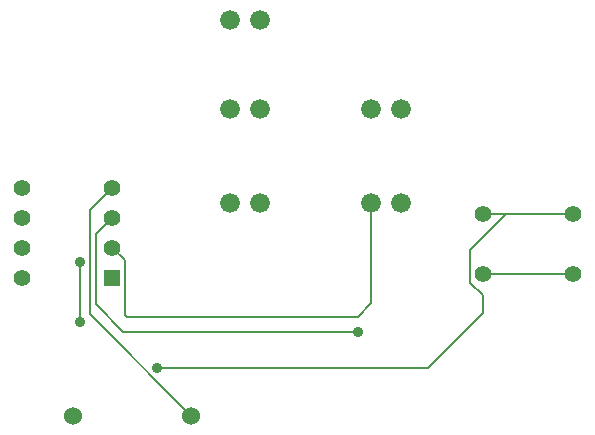
<source format=gtl>
G04 (created by PCBNEW-RS274X (2011-05-25)-stable) date Sun 25 Nov 2012 22:20:31 GMT*
G01*
G70*
G90*
%MOIN*%
G04 Gerber Fmt 3.4, Leading zero omitted, Abs format*
%FSLAX34Y34*%
G04 APERTURE LIST*
%ADD10C,0.006000*%
%ADD11C,0.066000*%
%ADD12C,0.060000*%
%ADD13C,0.055000*%
%ADD14R,0.055000X0.055000*%
%ADD15C,0.035000*%
%ADD16C,0.008000*%
G04 APERTURE END LIST*
G54D10*
G54D11*
X36508Y-23228D03*
X37508Y-23228D03*
X36508Y-20079D03*
X37508Y-20079D03*
X31783Y-23228D03*
X32783Y-23228D03*
X31783Y-20079D03*
X32783Y-20079D03*
X31783Y-17126D03*
X32783Y-17126D03*
G54D12*
X26575Y-30315D03*
X30505Y-30315D03*
G54D13*
X43232Y-23606D03*
X43232Y-25606D03*
X40232Y-23606D03*
X40232Y-25606D03*
G54D14*
X27878Y-25713D03*
G54D13*
X27878Y-24713D03*
X27878Y-23713D03*
X27878Y-22713D03*
X24878Y-22713D03*
X24878Y-23713D03*
X24878Y-24713D03*
X24878Y-25713D03*
G54D15*
X36070Y-27521D03*
X29366Y-28727D03*
X26806Y-27182D03*
X26806Y-25182D03*
G54D16*
X40232Y-25606D02*
X43232Y-25606D01*
X27128Y-23463D02*
X27878Y-22713D01*
X27128Y-26938D02*
X27128Y-23463D01*
X30505Y-30315D02*
X27128Y-26938D01*
X27320Y-24271D02*
X27878Y-23713D01*
X27320Y-26597D02*
X27320Y-24271D01*
X28244Y-27521D02*
X27320Y-26597D01*
X36070Y-27521D02*
X28244Y-27521D01*
X40232Y-23606D02*
X41002Y-23606D01*
X41002Y-23606D02*
X43232Y-23606D01*
X26806Y-27182D02*
X26806Y-25182D01*
X38389Y-28727D02*
X29366Y-28727D01*
X40224Y-26892D02*
X38389Y-28727D01*
X40224Y-26295D02*
X40224Y-26892D01*
X39811Y-25882D02*
X40224Y-26295D01*
X39811Y-24797D02*
X39811Y-25882D01*
X41002Y-23606D02*
X39811Y-24797D01*
X28300Y-25135D02*
X27878Y-24713D01*
X28300Y-26959D02*
X28300Y-25135D01*
X28361Y-27020D02*
X28300Y-26959D01*
X36049Y-27020D02*
X28361Y-27020D01*
X36508Y-26561D02*
X36049Y-27020D01*
X36508Y-23228D02*
X36508Y-26561D01*
M02*

</source>
